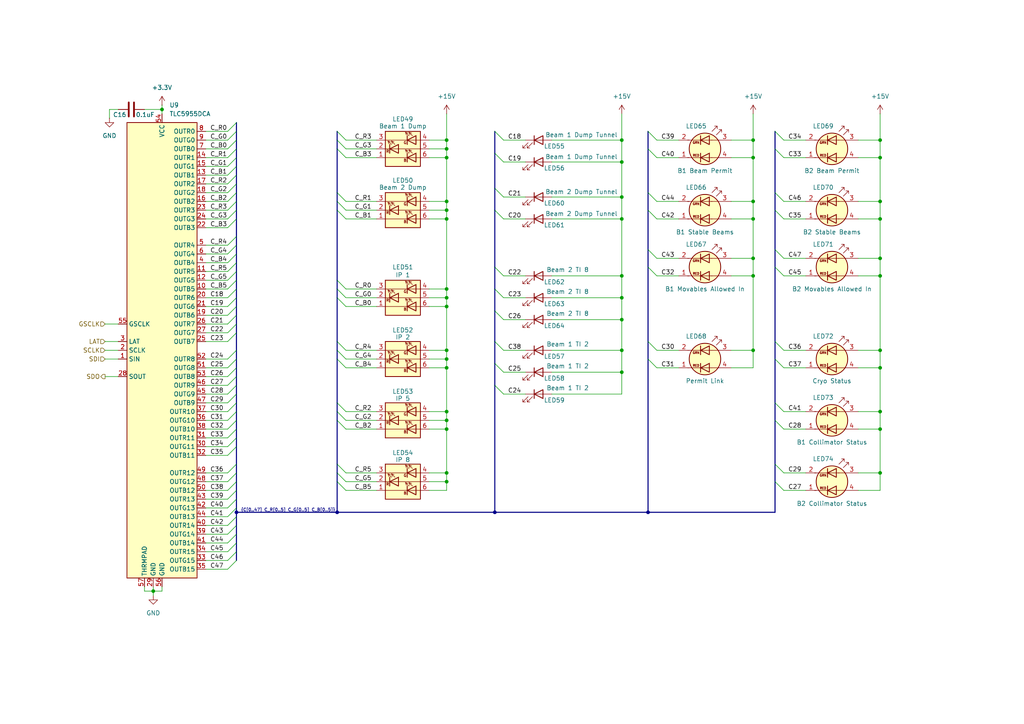
<source format=kicad_sch>
(kicad_sch (version 20250114) (generator "eeschema") (generator_version "9.0")
  (paper "A4")
  (lib_symbols
    (symbol "Device:C" (pin_numbers (hide yes)) (pin_names (offset 0.254))
      (property "Reference" "C" (at 0.635 2.54 0))
      (property "Value" "C" (at 0.635 -2.54 0))
      (symbol "C_0_1"
        (polyline (pts (xy -2.032 0.762) (xy 2.032 0.762)) (stroke (width 0.508)))
        (polyline (pts (xy -2.032 -0.762) (xy 2.032 -0.762)) (stroke (width 0.508)))
      )
      (symbol "C_1_1"
        (pin passive line (at 0 3.81 270) (length 2.794) (name "~") (number "1"))
        (pin passive line (at 0 -3.81 90) (length 2.794) (name "~") (number "2"))
      )
    )
    (symbol "Device:LED" (pin_numbers (hide yes)) (pin_names (offset 1.016) (hide yes))
      (property "Reference" "D" (at 0 2.54 0))
      (property "Value" "LED" (at 0 -2.54 0))
      (symbol "LED_0_1"
        (polyline (pts (xy -3.048 -0.762) (xy -4.572 -2.286) (xy -3.81 -2.286) (xy -4.572 -2.286) (xy -4.572 -1.524)))
        (polyline (pts (xy -1.778 -0.762) (xy -3.302 -2.286) (xy -2.54 -2.286) (xy -3.302 -2.286) (xy -3.302 -1.524)))
        (polyline (pts (xy -1.27 0) (xy 1.27 0)))
        (polyline (pts (xy -1.27 -1.27) (xy -1.27 1.27)) (stroke (width 0.254)))
        (polyline (pts (xy 1.27 -1.27) (xy 1.27 1.27) (xy -1.27 0) (xy 1.27 -1.27)) (stroke (width 0.254)))
      )
      (symbol "LED_1_1"
        (pin passive line (at -3.81 0 0) (length 2.54) (name "K") (number "1"))
        (pin passive line (at 3.81 0 180) (length 2.54) (name "A") (number "2"))
      )
    )
    (symbol "LED:Inolux_IN-P55TATRGB" (pin_names (hide yes))
      (property "Reference" "D" (at -5.08 6.35 0))
      (property "Value" "Inolux_IN-P55TATRGB" (at -5.08 -6.35 0))
      (symbol "Inolux_IN-P55TATRGB_0_0"
        (text "B" (at -0.635 -3.3274 0) (effects (font (size 0.762 0.762))))
      )
      (symbol "Inolux_IN-P55TATRGB_0_1"
        (rectangle (start -5.08 5.08) (end 5.08 -5.08) (stroke (width 0.254)) (fill (type background)))
        (polyline (pts (xy -5.08 2.54) (xy 5.08 2.54)))
        (polyline (pts (xy -5.08 0) (xy 5.08 0)))
        (polyline (pts (xy -5.08 -2.54) (xy 5.08 -2.54)))
        (polyline (pts (xy -3.81 3.81) (xy -3.81 1.27) (xy -1.27 2.54) (xy -3.81 3.81)) (stroke (width 0.254)))
        (polyline (pts (xy -3.81 -1.27) (xy -3.81 -3.81) (xy -1.27 -2.54) (xy -3.81 -1.27)) (stroke (width 0.254)))
        (polyline (pts (xy -2.794 3.81) (xy -1.778 4.826)))
        (polyline (pts (xy -2.794 -1.27) (xy -1.778 -0.254)))
        (polyline (pts (xy -2.54 4.572) (xy -1.778 4.826) (xy -2.032 4.064)))
        (polyline (pts (xy -2.032 -1.016) (xy -1.778 -0.254) (xy -2.54 -0.508)))
        (polyline (pts (xy -1.778 3.81) (xy -0.762 4.826)))
        (polyline (pts (xy -1.778 -1.27) (xy -0.762 -0.254)))
        (polyline (pts (xy -1.524 4.572) (xy -0.762 4.826) (xy -1.016 4.064)))
        (polyline (pts (xy -1.524 -0.508) (xy -0.762 -0.254) (xy -1.016 -1.016)))
        (polyline (pts (xy -1.27 3.81) (xy -1.27 1.27)) (stroke (width 0.254)))
        (polyline (pts (xy -1.27 -1.27) (xy -1.27 -3.81)) (stroke (width 0.254)))
        (polyline (pts (xy 1.27 1.27) (xy 1.27 -1.27) (xy 3.81 0) (xy 1.27 1.27)) (stroke (width 0.254)))
        (polyline (pts (xy 2.286 1.27) (xy 3.302 2.286)))
        (polyline (pts (xy 3.048 1.524) (xy 3.302 2.286) (xy 2.54 2.032)))
        (polyline (pts (xy 3.302 1.27) (xy 4.318 2.286)))
        (polyline (pts (xy 3.556 2.032) (xy 4.318 2.286) (xy 4.064 1.524)))
        (polyline (pts (xy 3.81 1.27) (xy 3.81 -1.27)) (stroke (width 0.254)))
      )
      (symbol "Inolux_IN-P55TATRGB_1_0"
        (text "G" (at -0.635 1.8034 0) (effects (font (size 0.762 0.762))))
        (text "R" (at 4.4196 -0.7112 0) (effects (font (size 0.762 0.762))))
      )
      (symbol "Inolux_IN-P55TATRGB_1_1"
        (pin passive line (at -7.62 2.54 0) (length 2.54) (name "AG") (number "4"))
        (pin passive line (at -7.62 0 0) (length 2.54) (name "AR") (number "5"))
        (pin passive line (at -7.62 -2.54 0) (length 2.54) (name "AB") (number "6"))
        (pin passive line (at 7.62 2.54 180) (length 2.54) (name "KG") (number "3"))
        (pin passive line (at 7.62 0 180) (length 2.54) (name "KR") (number "2"))
        (pin passive line (at 7.62 -2.54 180) (length 2.54) (name "KB") (number "1"))
      )
    )
    (symbol "power:+15V" (power) (pin_numbers (hide yes)) (pin_names (offset 0) (hide yes))
      (property "Value" "+15V" (at 0 3.556 0))
      (symbol "+15V_0_1"
        (polyline (pts (xy -0.762 1.27) (xy 0 2.54)))
        (polyline (pts (xy 0 2.54) (xy 0.762 1.27)))
        (polyline (pts (xy 0 0) (xy 0 2.54)))
      )
      (symbol "+15V_1_1"
        (pin power_in line (at 0 0 90) (length 0) (name "~") (number "1"))
      )
    )
    (symbol "power:+3.3V" (power) (pin_numbers (hide yes)) (pin_names (offset 0) (hide yes))
      (property "Value" "+3.3V" (at 0 3.556 0))
      (symbol "+3.3V_0_1"
        (polyline (pts (xy -0.762 1.27) (xy 0 2.54)))
        (polyline (pts (xy 0 2.54) (xy 0.762 1.27)))
        (polyline (pts (xy 0 0) (xy 0 2.54)))
      )
      (symbol "+3.3V_1_1"
        (pin power_in line (at 0 0 90) (length 0) (name "~") (number "1"))
      )
    )
    (symbol "power:GND" (power) (pin_numbers (hide yes)) (pin_names (offset 0) (hide yes))
      (property "Value" "GND" (at 0 -3.81 0))
      (symbol "GND_0_1"
        (polyline (pts (xy 0 0) (xy 0 -1.27) (xy 1.27 -1.27) (xy 0 -2.54) (xy -1.27 -1.27) (xy 0 -1.27)))
      )
      (symbol "GND_1_1"
        (pin power_in line (at 0 0 270) (length 0) (name "~") (number "1"))
      )
    )
    (symbol "sen_Driver_LED:TLC5955DCA"
      (property "Reference" "U" (at 2.54 67.31 0))
      (property "Value" "TLC5955DCA" (at 3.302 -67.31 0))
      (symbol "TLC5955DCA_0_1"
        (rectangle (start -10.16 66.04) (end 10.16 -66.04) (stroke (width 0.254)) (fill (type background)))
        (pin open_collector line (at 12.7 63.5 180) (length 2.54) (name "OUTR0") (number "8"))
        (pin open_collector line (at 12.7 60.96 180) (length 2.54) (name "OUTG0") (number "9"))
        (pin open_collector line (at 12.7 55.88 180) (length 2.54) (name "OUTR1") (number "14"))
        (pin open_collector line (at 12.7 53.34 180) (length 2.54) (name "OUTG1") (number "15"))
        (pin open_collector line (at 12.7 50.8 180) (length 2.54) (name "OUTB1") (number "13"))
        (pin open_collector line (at 12.7 48.26 180) (length 2.54) (name "OUTR2") (number "17"))
        (pin open_collector line (at 12.7 45.72 180) (length 2.54) (name "OUTG2") (number "18"))
        (pin open_collector line (at 12.7 43.18 180) (length 2.54) (name "OUTB2") (number "16"))
        (pin open_collector line (at 12.7 40.64 180) (length 2.54) (name "OUTR3") (number "23"))
        (pin open_collector line (at 12.7 38.1 180) (length 2.54) (name "OUTG3") (number "24"))
        (pin open_collector line (at 12.7 35.56 180) (length 2.54) (name "OUTB3") (number "22"))
        (pin open_collector line (at 12.7 22.86 180) (length 2.54) (name "OUTR5") (number "11"))
        (pin open_collector line (at 12.7 20.32 180) (length 2.54) (name "OUTG5") (number "12"))
        (pin open_collector line (at 12.7 17.78 180) (length 2.54) (name "OUTB5") (number "10"))
        (pin open_collector line (at 12.7 15.24 180) (length 2.54) (name "OUTR6") (number "20"))
        (pin open_collector line (at 12.7 12.7 180) (length 2.54) (name "OUTG6") (number "21"))
        (pin open_collector line (at 12.7 10.16 180) (length 2.54) (name "OUTB6") (number "19"))
        (pin open_collector line (at 12.7 7.62 180) (length 2.54) (name "OUTR7") (number "26"))
        (pin open_collector line (at 12.7 5.08 180) (length 2.54) (name "OUTG7") (number "27"))
        (pin open_collector line (at 12.7 2.54 180) (length 2.54) (name "OUTB7") (number "25"))
        (pin open_collector line (at 12.7 -2.54 180) (length 2.54) (name "OUTR8") (number "52"))
        (pin open_collector line (at 12.7 -5.08 180) (length 2.54) (name "OUTG8") (number "51"))
        (pin open_collector line (at 12.7 -7.62 180) (length 2.54) (name "OUTB8") (number "53"))
        (pin open_collector line (at 12.7 -10.16 180) (length 2.54) (name "OUTR9") (number "46"))
        (pin open_collector line (at 12.7 -12.7 180) (length 2.54) (name "OUTG9") (number "45"))
        (pin open_collector line (at 12.7 -15.24 180) (length 2.54) (name "OUTB9") (number "47"))
        (pin open_collector line (at 12.7 -17.78 180) (length 2.54) (name "OUTR10") (number "37"))
        (pin open_collector line (at 12.7 -20.32 180) (length 2.54) (name "OUTG10") (number "36"))
        (pin open_collector line (at 12.7 -22.86 180) (length 2.54) (name "OUTB10") (number "38"))
        (pin open_collector line (at 12.7 -25.4 180) (length 2.54) (name "OUTR11") (number "31"))
        (pin open_collector line (at 12.7 -27.94 180) (length 2.54) (name "OUTG11") (number "30"))
        (pin open_collector line (at 12.7 -30.48 180) (length 2.54) (name "OUTB11") (number "32"))
        (pin open_collector line (at 12.7 -35.56 180) (length 2.54) (name "OUTR12") (number "49"))
        (pin open_collector line (at 12.7 -38.1 180) (length 2.54) (name "OUTG12") (number "48"))
        (pin open_collector line (at 12.7 -40.64 180) (length 2.54) (name "OUTB12") (number "50"))
        (pin open_collector line (at 12.7 -43.18 180) (length 2.54) (name "OUTR13") (number "43"))
        (pin open_collector line (at 12.7 -45.72 180) (length 2.54) (name "OUTG13") (number "42"))
        (pin open_collector line (at 12.7 -48.26 180) (length 2.54) (name "OUTB13") (number "44"))
        (pin open_collector line (at 12.7 -50.8 180) (length 2.54) (name "OUTR14") (number "40"))
        (pin open_collector line (at 12.7 -53.34 180) (length 2.54) (name "OUTG14") (number "39"))
        (pin open_collector line (at 12.7 -55.88 180) (length 2.54) (name "OUTB14") (number "41"))
        (pin open_collector line (at 12.7 -58.42 180) (length 2.54) (name "OUTR15") (number "34"))
        (pin open_collector line (at 12.7 -60.96 180) (length 2.54) (name "OUTG15") (number "33"))
        (pin open_collector line (at 12.7 -63.5 180) (length 2.54) (name "OUTB15") (number "35"))
      )
      (symbol "TLC5955DCA_1_1"
        (pin input line (at -12.7 7.62 0) (length 2.54) (name "GSCLK") (number "55"))
        (pin input line (at -12.7 2.54 0) (length 2.54) (name "LAT") (number "3"))
        (pin input line (at -12.7 0 0) (length 2.54) (name "SCLK") (number "2"))
        (pin input line (at -12.7 -2.54 0) (length 2.54) (name "SIN") (number "1"))
        (pin output line (at -12.7 -7.62 0) (length 2.54) (name "SOUT") (number "28"))
        (pin power_in line (at -5.08 -68.58 90) (length 2.54) (name "THRMPAD") (number "57"))
        (pin power_in line (at -2.54 -68.58 90) (length 2.54) (name "GND") (number "29"))
        (pin power_in line (at 0 68.58 270) (length 2.54) (name "VCC") (number "54"))
        (pin power_in line (at 0 -68.58 90) (length 2.54) (name "GND") (number "56"))
        (pin open_collector line (at 12.7 58.42 180) (length 2.54) (name "OUTB0") (number "7"))
        (pin open_collector line (at 12.7 30.48 180) (length 2.54) (name "OUTR4") (number "5"))
        (pin open_collector line (at 12.7 27.94 180) (length 2.54) (name "OUTG4") (number "6"))
        (pin open_collector line (at 12.7 25.4 180) (length 2.54) (name "OUTB4") (number "4"))
      )
    )
    (symbol "sen_LED:B2612USUG20D000312U1930" (pin_names (offset 0) (hide yes))
      (property "Reference" "LED" (at 0 5.715 0))
      (property "Value" "B2612USUG20D000312U1930" (at 0 -6.35 0))
      (symbol "B2612USUG20D000312U1930_0_1"
        (polyline (pts (xy -5.08 2.54) (xy 2.032 2.54)))
        (polyline (pts (xy -5.08 -2.54) (xy 2.032 -2.54)))
        (polyline (pts (xy -1.27 3.81) (xy -1.27 1.27)) (stroke (width 0.254)))
        (polyline (pts (xy -1.27 -1.27) (xy -1.27 -3.81)) (stroke (width 0.254)))
        (circle (center 0 0) (radius 4.572) (stroke (width 0.254)) (fill (type background)))
        (polyline (pts (xy 1.27 3.81) (xy 1.27 1.27) (xy -1.27 2.54) (xy 1.27 3.81)) (stroke (width 0.254)))
        (polyline (pts (xy 1.27 -1.27) (xy 1.27 -3.81) (xy -1.27 -2.54) (xy 1.27 -1.27)) (stroke (width 0.254)))
        (polyline (pts (xy 2.032 5.08) (xy 3.556 6.604) (xy 2.794 6.604) (xy 3.556 6.604) (xy 3.556 5.842)))
        (polyline (pts (xy 3.302 4.064) (xy 4.826 5.588) (xy 4.064 5.588) (xy 4.826 5.588) (xy 4.826 4.826)))
        (polyline (pts (xy 3.81 2.54) (xy 1.905 2.54)))
        (polyline (pts (xy 3.81 -2.54) (xy 1.905 -2.54)))
      )
      (symbol "B2612USUG20D000312U1930_1_1"
        (text "GRN" (at -2.5858 1.8232 0) (effects (font (size 0.635 0.635))))
        (text "RED" (at -2.5858 -1.8859 0) (effects (font (size 0.635 0.635))))
        (pin passive line (at -7.62 2.54 0) (length 3.048) (name "K1") (number "2"))
        (pin passive line (at -7.62 -2.54 0) (length 3.048) (name "K2") (number "1"))
        (pin passive line (at 7.62 2.54 180) (length 3.81) (name "A1") (number "3"))
        (pin passive line (at 7.62 -2.54 180) (length 3.81) (name "A2") (number "4"))
      )
    )
  )
  (junction (at 129.54 137.16))
  (junction (at 180.34 92.71))
  (junction (at 129.54 83.82))
  (junction (at 180.34 86.36))
  (junction (at 255.27 58.42))
  (junction (at 129.54 106.68))
  (junction (at 255.27 74.93))
  (junction (at 129.54 139.7))
  (junction (at 255.27 101.6))
  (junction (at 180.34 46.99))
  (junction (at 129.54 58.42))
  (junction (at 129.54 63.5))
  (junction (at 255.27 106.68))
  (junction (at 255.27 40.64))
  (junction (at 97.79 148.59))
  (junction (at 187.96 148.59))
  (junction (at 180.34 101.6))
  (junction (at 218.44 80.01))
  (junction (at 129.54 43.18))
  (junction (at 129.54 88.9))
  (junction (at 129.54 119.38))
  (junction (at 129.54 45.72))
  (junction (at 218.44 101.6))
  (junction (at 129.54 124.46))
  (junction (at 255.27 119.38))
  (junction (at 129.54 104.14))
  (junction (at 180.34 57.15))
  (junction (at 180.34 63.5))
  (junction (at 218.44 58.42))
  (junction (at 143.51 148.59))
  (junction (at 218.44 40.64))
  (junction (at 129.54 60.96))
  (junction (at 129.54 121.92))
  (junction (at 218.44 74.93))
  (junction (at 129.54 86.36))
  (junction (at 44.45 171.45))
  (junction (at 129.54 101.6))
  (junction (at 180.34 40.64))
  (junction (at 255.27 80.01))
  (junction (at 68.58 148.59))
  (junction (at 255.27 124.46))
  (junction (at 255.27 63.5))
  (junction (at 180.34 80.01))
  (junction (at 129.54 40.64))
  (junction (at 46.99 31.75))
  (junction (at 255.27 45.72))
  (junction (at 218.44 63.5))
  (junction (at 180.34 107.95))
  (junction (at 255.27 137.16))
  (junction (at 218.44 45.72))
  (bus_entry (at 68.58 71.12) (size -2.54 2.54))
  (bus_entry (at 68.58 55.88) (size -2.54 2.54))
  (bus_entry (at 100.33 86.36) (size -2.54 -2.54))
  (bus_entry (at 68.58 106.68) (size -2.54 2.54))
  (bus_entry (at 68.58 88.9) (size -2.54 2.54))
  (bus_entry (at 68.58 137.16) (size -2.54 2.54))
  (bus_entry (at 68.58 152.4) (size -2.54 2.54))
  (bus_entry (at 190.5 106.68) (size -2.54 -2.54))
  (bus_entry (at 68.58 35.56) (size -2.54 2.54))
  (bus_entry (at 68.58 142.24) (size -2.54 2.54))
  (bus_entry (at 68.58 104.14) (size -2.54 2.54))
  (bus_entry (at 227.33 45.72) (size -2.54 -2.54))
  (bus_entry (at 68.58 48.26) (size -2.54 2.54))
  (bus_entry (at 227.33 119.38) (size -2.54 -2.54))
  (bus_entry (at 68.58 60.96) (size -2.54 2.54))
  (bus_entry (at 146.05 80.01) (size -2.54 -2.54))
  (bus_entry (at 68.58 119.38) (size -2.54 2.54))
  (bus_entry (at 100.33 58.42) (size -2.54 -2.54))
  (bus_entry (at 227.33 63.5) (size -2.54 -2.54))
  (bus_entry (at 100.33 106.68) (size -2.54 -2.54))
  (bus_entry (at 146.05 57.15) (size -2.54 -2.54))
  (bus_entry (at 100.33 137.16) (size -2.54 -2.54))
  (bus_entry (at 227.33 137.16) (size -2.54 -2.54))
  (bus_entry (at 227.33 40.64) (size -2.54 -2.54))
  (bus_entry (at 227.33 58.42) (size -2.54 -2.54))
  (bus_entry (at 68.58 91.44) (size -2.54 2.54))
  (bus_entry (at 68.58 144.78) (size -2.54 2.54))
  (bus_entry (at 68.58 124.46) (size -2.54 2.54))
  (bus_entry (at 227.33 74.93) (size -2.54 -2.54))
  (bus_entry (at 68.58 129.54) (size -2.54 2.54))
  (bus_entry (at 227.33 124.46) (size -2.54 -2.54))
  (bus_entry (at 68.58 40.64) (size -2.54 2.54))
  (bus_entry (at 68.58 134.62) (size -2.54 2.54))
  (bus_entry (at 68.58 154.94) (size -2.54 2.54))
  (bus_entry (at 190.5 74.93) (size -2.54 -2.54))
  (bus_entry (at 68.58 157.48) (size -2.54 2.54))
  (bus_entry (at 68.58 127) (size -2.54 2.54))
  (bus_entry (at 190.5 40.64) (size -2.54 -2.54))
  (bus_entry (at 100.33 142.24) (size -2.54 -2.54))
  (bus_entry (at 68.58 162.56) (size -2.54 2.54))
  (bus_entry (at 100.33 40.64) (size -2.54 -2.54))
  (bus_entry (at 68.58 111.76) (size -2.54 2.54))
  (bus_entry (at 100.33 124.46) (size -2.54 -2.54))
  (bus_entry (at 68.58 45.72) (size -2.54 2.54))
  (bus_entry (at 146.05 46.99) (size -2.54 -2.54))
  (bus_entry (at 68.58 101.6) (size -2.54 2.54))
  (bus_entry (at 68.58 114.3) (size -2.54 2.54))
  (bus_entry (at 190.5 58.42) (size -2.54 -2.54))
  (bus_entry (at 68.58 149.86) (size -2.54 2.54))
  (bus_entry (at 100.33 43.18) (size -2.54 -2.54))
  (bus_entry (at 68.58 93.98) (size -2.54 2.54))
  (bus_entry (at 68.58 121.92) (size -2.54 2.54))
  (bus_entry (at 100.33 119.38) (size -2.54 -2.54))
  (bus_entry (at 68.58 43.18) (size -2.54 2.54))
  (bus_entry (at 68.58 109.22) (size -2.54 2.54))
  (bus_entry (at 146.05 63.5) (size -2.54 -2.54))
  (bus_entry (at 68.58 53.34) (size -2.54 2.54))
  (bus_entry (at 100.33 63.5) (size -2.54 -2.54))
  (bus_entry (at 68.58 86.36) (size -2.54 2.54))
  (bus_entry (at 146.05 40.64) (size -2.54 -2.54))
  (bus_entry (at 68.58 81.28) (size -2.54 2.54))
  (bus_entry (at 68.58 78.74) (size -2.54 2.54))
  (bus_entry (at 100.33 121.92) (size -2.54 -2.54))
  (bus_entry (at 190.5 101.6) (size -2.54 -2.54))
  (bus_entry (at 190.5 63.5) (size -2.54 -2.54))
  (bus_entry (at 146.05 107.95) (size -2.54 -2.54))
  (bus_entry (at 100.33 104.14) (size -2.54 -2.54))
  (bus_entry (at 68.58 38.1) (size -2.54 2.54))
  (bus_entry (at 227.33 80.01) (size -2.54 -2.54))
  (bus_entry (at 68.58 76.2) (size -2.54 2.54))
  (bus_entry (at 227.33 142.24) (size -2.54 -2.54))
  (bus_entry (at 100.33 83.82) (size -2.54 -2.54))
  (bus_entry (at 68.58 160.02) (size -2.54 2.54))
  (bus_entry (at 68.58 68.58) (size -2.54 2.54))
  (bus_entry (at 146.05 92.71) (size -2.54 -2.54))
  (bus_entry (at 190.5 45.72) (size -2.54 -2.54))
  (bus_entry (at 68.58 63.5) (size -2.54 2.54))
  (bus_entry (at 68.58 139.7) (size -2.54 2.54))
  (bus_entry (at 100.33 101.6) (size -2.54 -2.54))
  (bus_entry (at 68.58 147.32) (size -2.54 2.54))
  (bus_entry (at 190.5 80.01) (size -2.54 -2.54))
  (bus_entry (at 68.58 58.42) (size -2.54 2.54))
  (bus_entry (at 100.33 45.72) (size -2.54 -2.54))
  (bus_entry (at 146.05 114.3) (size -2.54 -2.54))
  (bus_entry (at 68.58 96.52) (size -2.54 2.54))
  (bus_entry (at 68.58 50.8) (size -2.54 2.54))
  (bus_entry (at 68.58 116.84) (size -2.54 2.54))
  (bus_entry (at 227.33 106.68) (size -2.54 -2.54))
  (bus_entry (at 100.33 88.9) (size -2.54 -2.54))
  (bus_entry (at 68.58 83.82) (size -2.54 2.54))
  (bus_entry (at 100.33 139.7) (size -2.54 -2.54))
  (bus_entry (at 227.33 101.6) (size -2.54 -2.54))
  (bus_entry (at 68.58 73.66) (size -2.54 2.54))
  (bus_entry (at 100.33 60.96) (size -2.54 -2.54))
  (bus_entry (at 146.05 101.6) (size -2.54 -2.54))
  (bus_entry (at 146.05 86.36) (size -2.54 -2.54))
  (bus (pts (xy 68.58 134.62) (xy 68.58 137.16)))
  (wire (pts (xy 180.34 107.95) (xy 180.34 101.6)))
  (bus (pts (xy 97.79 119.38) (xy 97.79 121.92)))
  (wire (pts (xy 248.92 45.72) (xy 255.27 45.72)))
  (wire (pts (xy 30.48 109.22) (xy 34.29 109.22)))
  (wire (pts (xy 180.34 63.5) (xy 180.34 57.15)))
  (bus (pts (xy 68.58 116.84) (xy 68.58 119.38)))
  (bus (pts (xy 68.58 63.5) (xy 68.58 68.58)))
  (bus (pts (xy 224.79 72.39) (xy 224.79 77.47)))
  (bus (pts (xy 143.51 90.17) (xy 143.51 99.06)))
  (bus (pts (xy 68.58 101.6) (xy 68.58 104.14)))
  (bus (pts (xy 97.79 148.59) (xy 143.51 148.59)))
  (bus (pts (xy 68.58 88.9) (xy 68.58 91.44)))
  (wire (pts (xy 129.54 106.68) (xy 129.54 119.38)))
  (bus (pts (xy 68.58 160.02) (xy 68.58 162.56)))
  (bus (pts (xy 68.58 144.78) (xy 68.58 147.32)))
  (wire (pts (xy 124.46 106.68) (xy 129.54 106.68)))
  (bus (pts (xy 68.58 142.24) (xy 68.58 144.78)))
  (bus (pts (xy 68.58 35.56) (xy 68.58 38.1)))
  (wire (pts (xy 129.54 104.14) (xy 129.54 106.68)))
  (bus (pts (xy 97.79 99.06) (xy 97.79 101.6)))
  (wire (pts (xy 124.46 137.16) (xy 129.54 137.16)))
  (wire (pts (xy 59.69 60.96) (xy 66.04 60.96)))
  (wire (pts (xy 180.34 86.36) (xy 180.34 80.01)))
  (wire (pts (xy 46.99 171.45) (xy 46.99 170.18)))
  (wire (pts (xy 59.69 127) (xy 66.04 127)))
  (wire (pts (xy 59.69 149.86) (xy 66.04 149.86)))
  (bus (pts (xy 68.58 114.3) (xy 68.58 116.84)))
  (bus (pts (xy 68.58 93.98) (xy 68.58 96.52)))
  (wire (pts (xy 59.69 73.66) (xy 66.04 73.66)))
  (wire (pts (xy 160.02 101.6) (xy 180.34 101.6)))
  (wire (pts (xy 160.02 114.3) (xy 180.34 114.3)))
  (wire (pts (xy 146.05 46.99) (xy 152.4 46.99)))
  (wire (pts (xy 124.46 43.18) (xy 129.54 43.18)))
  (wire (pts (xy 212.09 45.72) (xy 218.44 45.72)))
  (wire (pts (xy 59.69 142.24) (xy 66.04 142.24)))
  (wire (pts (xy 129.54 58.42) (xy 129.54 60.96)))
  (wire (pts (xy 146.05 92.71) (xy 152.4 92.71)))
  (bus (pts (xy 187.96 55.88) (xy 187.96 60.96)))
  (wire (pts (xy 227.33 80.01) (xy 233.68 80.01)))
  (bus (pts (xy 187.96 43.18) (xy 187.96 55.88)))
  (wire (pts (xy 129.54 88.9) (xy 129.54 101.6)))
  (bus (pts (xy 68.58 81.28) (xy 68.58 83.82)))
  (wire (pts (xy 100.33 60.96) (xy 109.22 60.96)))
  (bus (pts (xy 68.58 55.88) (xy 68.58 58.42)))
  (wire (pts (xy 59.69 104.14) (xy 66.04 104.14)))
  (wire (pts (xy 59.69 144.78) (xy 66.04 144.78)))
  (bus (pts (xy 68.58 68.58) (xy 68.58 71.12)))
  (wire (pts (xy 146.05 40.64) (xy 152.4 40.64)))
  (wire (pts (xy 59.69 124.46) (xy 66.04 124.46)))
  (wire (pts (xy 146.05 86.36) (xy 152.4 86.36)))
  (wire (pts (xy 31.75 34.29) (xy 31.75 31.75)))
  (wire (pts (xy 59.69 81.28) (xy 66.04 81.28)))
  (wire (pts (xy 59.69 114.3) (xy 66.04 114.3)))
  (wire (pts (xy 59.69 96.52) (xy 66.04 96.52)))
  (bus (pts (xy 68.58 50.8) (xy 68.58 53.34)))
  (wire (pts (xy 190.5 106.68) (xy 196.85 106.68)))
  (bus (pts (xy 143.51 44.45) (xy 143.51 54.61)))
  (wire (pts (xy 59.69 86.36) (xy 66.04 86.36)))
  (bus (pts (xy 97.79 104.14) (xy 97.79 116.84)))
  (bus (pts (xy 97.79 86.36) (xy 97.79 99.06)))
  (wire (pts (xy 129.54 121.92) (xy 129.54 124.46)))
  (wire (pts (xy 46.99 30.48) (xy 46.99 31.75)))
  (wire (pts (xy 129.54 139.7) (xy 129.54 142.24)))
  (wire (pts (xy 180.34 80.01) (xy 180.34 63.5)))
  (wire (pts (xy 30.48 101.6) (xy 34.29 101.6)))
  (bus (pts (xy 97.79 101.6) (xy 97.79 104.14)))
  (wire (pts (xy 190.5 74.93) (xy 196.85 74.93)))
  (wire (pts (xy 100.33 83.82) (xy 109.22 83.82)))
  (wire (pts (xy 129.54 137.16) (xy 129.54 139.7)))
  (wire (pts (xy 59.69 53.34) (xy 66.04 53.34)))
  (bus (pts (xy 97.79 137.16) (xy 97.79 139.7)))
  (wire (pts (xy 59.69 48.26) (xy 66.04 48.26)))
  (wire (pts (xy 248.92 63.5) (xy 255.27 63.5)))
  (bus (pts (xy 187.96 77.47) (xy 187.96 99.06)))
  (bus (pts (xy 68.58 48.26) (xy 68.58 50.8)))
  (wire (pts (xy 44.45 170.18) (xy 44.45 171.45)))
  (wire (pts (xy 100.33 43.18) (xy 109.22 43.18)))
  (wire (pts (xy 146.05 63.5) (xy 152.4 63.5)))
  (bus (pts (xy 68.58 96.52) (xy 68.58 101.6)))
  (wire (pts (xy 248.92 137.16) (xy 255.27 137.16)))
  (wire (pts (xy 180.34 46.99) (xy 180.34 40.64)))
  (bus (pts (xy 224.79 38.1) (xy 224.79 43.18)))
  (wire (pts (xy 124.46 63.5) (xy 129.54 63.5)))
  (wire (pts (xy 124.46 86.36) (xy 129.54 86.36)))
  (wire (pts (xy 248.92 119.38) (xy 255.27 119.38)))
  (wire (pts (xy 227.33 124.46) (xy 233.68 124.46)))
  (bus (pts (xy 143.51 99.06) (xy 143.51 105.41)))
  (wire (pts (xy 59.69 78.74) (xy 66.04 78.74)))
  (wire (pts (xy 212.09 106.68) (xy 218.44 106.68)))
  (wire (pts (xy 44.45 171.45) (xy 46.99 171.45)))
  (bus (pts (xy 68.58 91.44) (xy 68.58 93.98)))
  (wire (pts (xy 30.48 99.06) (xy 34.29 99.06)))
  (wire (pts (xy 227.33 58.42) (xy 233.68 58.42)))
  (bus (pts (xy 68.58 121.92) (xy 68.58 124.46)))
  (bus (pts (xy 187.96 38.1) (xy 187.96 43.18)))
  (wire (pts (xy 248.92 101.6) (xy 255.27 101.6)))
  (wire (pts (xy 248.92 40.64) (xy 255.27 40.64)))
  (wire (pts (xy 160.02 46.99) (xy 180.34 46.99)))
  (bus (pts (xy 187.96 72.39) (xy 187.96 77.47)))
  (wire (pts (xy 218.44 33.02) (xy 218.44 40.64)))
  (bus (pts (xy 187.96 148.59) (xy 224.79 148.59)))
  (wire (pts (xy 41.91 171.45) (xy 44.45 171.45)))
  (wire (pts (xy 227.33 74.93) (xy 233.68 74.93)))
  (wire (pts (xy 190.5 40.64) (xy 196.85 40.64)))
  (bus (pts (xy 143.51 60.96) (xy 143.51 77.47)))
  (bus (pts (xy 224.79 60.96) (xy 224.79 72.39)))
  (wire (pts (xy 124.46 58.42) (xy 129.54 58.42)))
  (wire (pts (xy 44.45 171.45) (xy 44.45 172.72)))
  (wire (pts (xy 100.33 137.16) (xy 109.22 137.16)))
  (bus (pts (xy 68.58 111.76) (xy 68.58 114.3)))
  (bus (pts (xy 143.51 111.76) (xy 143.51 148.59)))
  (bus (pts (xy 143.51 38.1) (xy 143.51 44.45)))
  (wire (pts (xy 190.5 101.6) (xy 196.85 101.6)))
  (bus (pts (xy 187.96 60.96) (xy 187.96 72.39)))
  (bus (pts (xy 68.58 149.86) (xy 68.58 152.4)))
  (bus (pts (xy 224.79 43.18) (xy 224.79 55.88)))
  (wire (pts (xy 124.46 139.7) (xy 129.54 139.7)))
  (wire (pts (xy 59.69 160.02) (xy 66.04 160.02)))
  (bus (pts (xy 68.58 139.7) (xy 68.58 142.24)))
  (wire (pts (xy 180.34 92.71) (xy 180.34 86.36)))
  (bus (pts (xy 68.58 78.74) (xy 68.58 81.28)))
  (wire (pts (xy 248.92 58.42) (xy 255.27 58.42)))
  (wire (pts (xy 129.54 60.96) (xy 129.54 63.5)))
  (wire (pts (xy 160.02 92.71) (xy 180.34 92.71)))
  (wire (pts (xy 129.54 86.36) (xy 129.54 88.9)))
  (wire (pts (xy 255.27 58.42) (xy 255.27 45.72)))
  (wire (pts (xy 255.27 33.02) (xy 255.27 40.64)))
  (wire (pts (xy 59.69 121.92) (xy 66.04 121.92)))
  (bus (pts (xy 97.79 38.1) (xy 97.79 40.64)))
  (wire (pts (xy 46.99 31.75) (xy 46.99 33.02)))
  (bus (pts (xy 224.79 121.92) (xy 224.79 134.62)))
  (wire (pts (xy 190.5 45.72) (xy 196.85 45.72)))
  (wire (pts (xy 59.69 157.48) (xy 66.04 157.48)))
  (wire (pts (xy 227.33 40.64) (xy 233.68 40.64)))
  (bus (pts (xy 68.58 45.72) (xy 68.58 48.26)))
  (wire (pts (xy 160.02 86.36) (xy 180.34 86.36)))
  (wire (pts (xy 100.33 142.24) (xy 109.22 142.24)))
  (bus (pts (xy 68.58 53.34) (xy 68.58 55.88)))
  (wire (pts (xy 124.46 88.9) (xy 129.54 88.9)))
  (wire (pts (xy 227.33 106.68) (xy 233.68 106.68)))
  (wire (pts (xy 100.33 121.92) (xy 109.22 121.92)))
  (wire (pts (xy 146.05 114.3) (xy 152.4 114.3)))
  (bus (pts (xy 97.79 43.18) (xy 97.79 55.88)))
  (bus (pts (xy 143.51 77.47) (xy 143.51 83.82)))
  (wire (pts (xy 59.69 99.06) (xy 66.04 99.06)))
  (wire (pts (xy 59.69 66.04) (xy 66.04 66.04)))
  (wire (pts (xy 212.09 58.42) (xy 218.44 58.42)))
  (wire (pts (xy 190.5 80.01) (xy 196.85 80.01)))
  (wire (pts (xy 59.69 43.18) (xy 66.04 43.18)))
  (wire (pts (xy 218.44 74.93) (xy 218.44 80.01)))
  (wire (pts (xy 129.54 101.6) (xy 129.54 104.14)))
  (wire (pts (xy 160.02 80.01) (xy 180.34 80.01)))
  (wire (pts (xy 160.02 57.15) (xy 180.34 57.15)))
  (bus (pts (xy 68.58 43.18) (xy 68.58 45.72)))
  (bus (pts (xy 68.58 157.48) (xy 68.58 160.02)))
  (wire (pts (xy 255.27 101.6) (xy 255.27 80.01)))
  (bus (pts (xy 68.58 106.68) (xy 68.58 109.22)))
  (bus (pts (xy 68.58 152.4) (xy 68.58 154.94)))
  (wire (pts (xy 59.69 50.8) (xy 66.04 50.8)))
  (wire (pts (xy 218.44 101.6) (xy 218.44 106.68)))
  (wire (pts (xy 59.69 162.56) (xy 66.04 162.56)))
  (bus (pts (xy 97.79 116.84) (xy 97.79 119.38)))
  (bus (pts (xy 68.58 104.14) (xy 68.58 106.68)))
  (wire (pts (xy 218.44 80.01) (xy 218.44 101.6)))
  (wire (pts (xy 212.09 80.01) (xy 218.44 80.01)))
  (wire (pts (xy 255.27 137.16) (xy 255.27 142.24)))
  (bus (pts (xy 68.58 86.36) (xy 68.58 88.9)))
  (wire (pts (xy 124.46 40.64) (xy 129.54 40.64)))
  (wire (pts (xy 100.33 86.36) (xy 109.22 86.36)))
  (wire (pts (xy 41.91 170.18) (xy 41.91 171.45)))
  (wire (pts (xy 146.05 57.15) (xy 152.4 57.15)))
  (wire (pts (xy 212.09 74.93) (xy 218.44 74.93)))
  (wire (pts (xy 59.69 88.9) (xy 66.04 88.9)))
  (wire (pts (xy 59.69 106.68) (xy 66.04 106.68)))
  (wire (pts (xy 124.46 83.82) (xy 129.54 83.82)))
  (bus (pts (xy 224.79 134.62) (xy 224.79 139.7)))
  (bus (pts (xy 143.51 83.82) (xy 143.51 90.17)))
  (wire (pts (xy 59.69 63.5) (xy 66.04 63.5)))
  (wire (pts (xy 255.27 74.93) (xy 255.27 63.5)))
  (bus (pts (xy 97.79 121.92) (xy 97.79 134.62)))
  (bus (pts (xy 97.79 139.7) (xy 97.79 148.59)))
  (wire (pts (xy 59.69 165.1) (xy 66.04 165.1)))
  (bus (pts (xy 187.96 104.14) (xy 187.96 148.59)))
  (wire (pts (xy 248.92 142.24) (xy 255.27 142.24)))
  (bus (pts (xy 68.58 119.38) (xy 68.58 121.92)))
  (wire (pts (xy 129.54 124.46) (xy 129.54 137.16)))
  (wire (pts (xy 30.48 104.14) (xy 34.29 104.14)))
  (wire (pts (xy 100.33 45.72) (xy 109.22 45.72)))
  (wire (pts (xy 218.44 45.72) (xy 218.44 58.42)))
  (wire (pts (xy 160.02 107.95) (xy 180.34 107.95)))
  (wire (pts (xy 227.33 101.6) (xy 233.68 101.6)))
  (wire (pts (xy 59.69 83.82) (xy 66.04 83.82)))
  (wire (pts (xy 59.69 55.88) (xy 66.04 55.88)))
  (bus (pts (xy 97.79 60.96) (xy 97.79 81.28)))
  (bus (pts (xy 143.51 54.61) (xy 143.51 60.96)))
  (wire (pts (xy 190.5 58.42) (xy 196.85 58.42)))
  (wire (pts (xy 218.44 58.42) (xy 218.44 63.5)))
  (wire (pts (xy 212.09 63.5) (xy 218.44 63.5)))
  (bus (pts (xy 143.51 105.41) (xy 143.51 111.76)))
  (wire (pts (xy 255.27 101.6) (xy 255.27 106.68)))
  (wire (pts (xy 227.33 45.72) (xy 233.68 45.72)))
  (bus (pts (xy 68.58 83.82) (xy 68.58 86.36)))
  (wire (pts (xy 59.69 132.08) (xy 66.04 132.08)))
  (wire (pts (xy 100.33 88.9) (xy 109.22 88.9)))
  (wire (pts (xy 212.09 40.64) (xy 218.44 40.64)))
  (bus (pts (xy 68.58 148.59) (xy 68.58 149.86)))
  (wire (pts (xy 255.27 124.46) (xy 255.27 137.16)))
  (wire (pts (xy 124.46 142.24) (xy 129.54 142.24)))
  (wire (pts (xy 124.46 121.92) (xy 129.54 121.92)))
  (wire (pts (xy 100.33 63.5) (xy 109.22 63.5)))
  (wire (pts (xy 59.69 154.94) (xy 66.04 154.94)))
  (wire (pts (xy 180.34 40.64) (xy 160.02 40.64)))
  (wire (pts (xy 227.33 63.5) (xy 233.68 63.5)))
  (wire (pts (xy 124.46 119.38) (xy 129.54 119.38)))
  (wire (pts (xy 100.33 139.7) (xy 109.22 139.7)))
  (wire (pts (xy 59.69 111.76) (xy 66.04 111.76)))
  (bus (pts (xy 97.79 55.88) (xy 97.79 58.42)))
  (bus (pts (xy 68.58 71.12) (xy 68.58 73.66)))
  (wire (pts (xy 129.54 119.38) (xy 129.54 121.92)))
  (wire (pts (xy 248.92 106.68) (xy 255.27 106.68)))
  (wire (pts (xy 59.69 93.98) (xy 66.04 93.98)))
  (wire (pts (xy 59.69 45.72) (xy 66.04 45.72)))
  (bus (pts (xy 97.79 83.82) (xy 97.79 86.36)))
  (wire (pts (xy 255.27 45.72) (xy 255.27 40.64)))
  (wire (pts (xy 30.48 93.98) (xy 34.29 93.98)))
  (wire (pts (xy 59.69 109.22) (xy 66.04 109.22)))
  (bus (pts (xy 97.79 40.64) (xy 97.79 43.18)))
  (bus (pts (xy 68.58 154.94) (xy 68.58 157.48)))
  (wire (pts (xy 100.33 104.14) (xy 109.22 104.14)))
  (wire (pts (xy 59.69 129.54) (xy 66.04 129.54)))
  (wire (pts (xy 124.46 101.6) (xy 129.54 101.6)))
  (wire (pts (xy 31.75 31.75) (xy 34.29 31.75)))
  (bus (pts (xy 97.79 81.28) (xy 97.79 83.82)))
  (wire (pts (xy 227.33 142.24) (xy 233.68 142.24)))
  (wire (pts (xy 59.69 147.32) (xy 66.04 147.32)))
  (wire (pts (xy 180.34 57.15) (xy 180.34 46.99)))
  (wire (pts (xy 59.69 76.2) (xy 66.04 76.2)))
  (wire (pts (xy 124.46 60.96) (xy 129.54 60.96)))
  (wire (pts (xy 146.05 80.01) (xy 152.4 80.01)))
  (wire (pts (xy 129.54 83.82) (xy 129.54 86.36)))
  (wire (pts (xy 180.34 107.95) (xy 180.34 114.3)))
  (wire (pts (xy 255.27 106.68) (xy 255.27 119.38)))
  (wire (pts (xy 59.69 137.16) (xy 66.04 137.16)))
  (bus (pts (xy 224.79 77.47) (xy 224.79 99.06)))
  (bus (pts (xy 68.58 40.64) (xy 68.58 43.18)))
  (bus (pts (xy 68.58 127) (xy 68.58 129.54)))
  (wire (pts (xy 59.69 71.12) (xy 66.04 71.12)))
  (bus (pts (xy 68.58 60.96) (xy 68.58 63.5)))
  (wire (pts (xy 59.69 91.44) (xy 66.04 91.44)))
  (wire (pts (xy 59.69 139.7) (xy 66.04 139.7)))
  (wire (pts (xy 59.69 58.42) (xy 66.04 58.42)))
  (wire (pts (xy 59.69 119.38) (xy 66.04 119.38)))
  (wire (pts (xy 248.92 74.93) (xy 255.27 74.93)))
  (wire (pts (xy 100.33 124.46) (xy 109.22 124.46)))
  (wire (pts (xy 59.69 116.84) (xy 66.04 116.84)))
  (wire (pts (xy 41.91 31.75) (xy 46.99 31.75)))
  (wire (pts (xy 146.05 107.95) (xy 152.4 107.95)))
  (bus (pts (xy 187.96 99.06) (xy 187.96 104.14)))
  (bus (pts (xy 68.58 124.46) (xy 68.58 127)))
  (bus (pts (xy 224.79 139.7) (xy 224.79 148.59)))
  (wire (pts (xy 218.44 40.64) (xy 218.44 45.72)))
  (wire (pts (xy 255.27 119.38) (xy 255.27 124.46)))
  (wire (pts (xy 180.34 33.02) (xy 180.34 40.64)))
  (bus (pts (xy 68.58 129.54) (xy 68.58 134.62)))
  (bus (pts (xy 224.79 99.06) (xy 224.79 104.14)))
  (bus (pts (xy 97.79 58.42) (xy 97.79 60.96)))
  (bus (pts (xy 68.58 147.32) (xy 68.58 148.59)))
  (wire (pts (xy 129.54 43.18) (xy 129.54 45.72)))
  (bus (pts (xy 68.58 73.66) (xy 68.58 76.2)))
  (bus (pts (xy 68.58 109.22) (xy 68.58 111.76)))
  (wire (pts (xy 100.33 101.6) (xy 109.22 101.6)))
  (wire (pts (xy 212.09 101.6) (xy 218.44 101.6)))
  (wire (pts (xy 100.33 106.68) (xy 109.22 106.68)))
  (bus (pts (xy 224.79 104.14) (xy 224.79 116.84)))
  (wire (pts (xy 227.33 137.16) (xy 233.68 137.16)))
  (bus (pts (xy 224.79 116.84) (xy 224.79 121.92)))
  (wire (pts (xy 190.5 63.5) (xy 196.85 63.5)))
  (wire (pts (xy 129.54 63.5) (xy 129.54 83.82)))
  (wire (pts (xy 59.69 38.1) (xy 66.04 38.1)))
  (wire (pts (xy 227.33 119.38) (xy 233.68 119.38)))
  (wire (pts (xy 248.92 124.46) (xy 255.27 124.46)))
  (wire (pts (xy 100.33 40.64) (xy 109.22 40.64)))
  (bus (pts (xy 224.79 55.88) (xy 224.79 60.96)))
  (wire (pts (xy 59.69 40.64) (xy 66.04 40.64)))
  (wire (pts (xy 129.54 45.72) (xy 129.54 58.42)))
  (wire (pts (xy 124.46 124.46) (xy 129.54 124.46)))
  (wire (pts (xy 124.46 104.14) (xy 129.54 104.14)))
  (wire (pts (xy 124.46 45.72) (xy 129.54 45.72)))
  (wire (pts (xy 146.05 101.6) (xy 152.4 101.6)))
  (wire (pts (xy 248.92 80.01) (xy 255.27 80.01)))
  (wire (pts (xy 218.44 63.5) (xy 218.44 74.93)))
  (wire (pts (xy 160.02 63.5) (xy 180.34 63.5)))
  (wire (pts (xy 100.33 119.38) (xy 109.22 119.38)))
  (wire (pts (xy 255.27 80.01) (xy 255.27 74.93)))
  (bus (pts (xy 68.58 137.16) (xy 68.58 139.7)))
  (bus (pts (xy 68.58 148.59) (xy 97.79 148.59)))
  (wire (pts (xy 59.69 152.4) (xy 66.04 152.4)))
  (bus (pts (xy 143.51 148.59) (xy 187.96 148.59)))
  (wire (pts (xy 100.33 58.42) (xy 109.22 58.42)))
  (bus (pts (xy 68.58 58.42) (xy 68.58 60.96)))
  (wire (pts (xy 129.54 33.02) (xy 129.54 40.64)))
  (wire (pts (xy 129.54 40.64) (xy 129.54 43.18)))
  (bus (pts (xy 68.58 38.1) (xy 68.58 40.64)))
  (wire (pts (xy 255.27 63.5) (xy 255.27 58.42)))
  (bus (pts (xy 97.79 134.62) (xy 97.79 137.16)))
  (bus (pts (xy 68.58 76.2) (xy 68.58 78.74)))
  (wire (pts (xy 180.34 101.6) (xy 180.34 92.71)))
  (label "C_G5" (at 60.96 81.28 0))
  (label "C_B0" (at 60.96 43.18 0))
  (label "C_B3" (at 102.87 45.72 0))
  (label "C40" (at 60.96 147.32 0))
  (label "C43" (at 60.96 154.94 0))
  (label "C20" (at 147.32 63.5 0))
  (label "C23" (at 147.32 86.36 0))
  (label "C_R5" (at 102.87 137.16 0))
  (label "C24" (at 60.96 104.14 0))
  (label "C_G4" (at 60.96 73.66 0))
  (label "C27" (at 228.6 142.24 0))
  (label "C_G4" (at 102.87 104.14 0))
  (label "C22" (at 147.32 80.01 0))
  (label "C33" (at 228.6 45.72 0))
  (label "C32" (at 60.96 124.46 0))
  (label "C_B4" (at 102.87 106.68 0))
  (label "C_B0" (at 102.87 88.9 0))
  (label "C42" (at 191.77 63.5 0))
  (label "C26" (at 60.96 109.22 0))
  (label "C_R1" (at 60.96 45.72 0))
  (label "C_R3" (at 102.87 40.64 0))
  (label "C38" (at 147.32 101.6 0))
  (label "C19" (at 60.96 88.9 0))
  (label "C36" (at 60.96 137.16 0))
  (label "C39" (at 191.77 40.64 0))
  (label "C38" (at 60.96 142.24 0))
  (label "C44" (at 191.77 58.42 0))
  (label "C37" (at 228.6 106.68 0))
  (label "C29" (at 228.6 137.16 0))
  (label "C34" (at 228.6 40.64 0))
  (label "C32" (at 191.77 80.01 0))
  (label "C34" (at 60.96 129.54 0))
  (label "C_G2" (at 60.96 55.88 0))
  (label "C_B2" (at 102.87 124.46 0))
  (label "C27" (at 60.96 111.76 0))
  (label "C45" (at 228.6 80.01 0))
  (label "C_G3" (at 102.87 43.18 0))
  (label "C_B1" (at 60.96 50.8 0))
  (label "C_R4" (at 60.96 71.12 0))
  (label "C_B1" (at 102.87 63.5 0))
  (label "C37" (at 60.96 139.7 0))
  (label "C24" (at 147.32 114.3 0))
  (label "C_B3" (at 60.96 66.04 0))
  (label "C21" (at 60.96 93.98 0))
  (label "C28" (at 60.96 114.3 0))
  (label "C_B2" (at 60.96 58.42 0))
  (label "C_G1" (at 102.87 60.96 0))
  (label "C36" (at 228.6 101.6 0))
  (label "C30" (at 60.96 119.38 0))
  (label "C26" (at 147.32 92.71 0))
  (label "C_R0" (at 102.87 83.82 0))
  (label "C_G5" (at 102.87 139.7 0))
  (label "C35" (at 60.96 132.08 0))
  (label "C28" (at 228.6 124.46 0))
  (label "C_B4" (at 60.96 76.2 0))
  (label "C25" (at 147.32 107.95 0))
  (label "C_G2" (at 102.87 121.92 0))
  (label "C47" (at 228.6 74.93 0))
  (label "C_R0" (at 60.96 38.1 0))
  (label "C41" (at 228.6 119.38 0))
  (label "{C[0..47] C_R[0..5] C_G[0..5] C_B[0..5]}" (at 69.85 148.59 0) (effects (font (size 0.889 0.889))))
  (label "C_B5" (at 102.87 142.24 0))
  (label "C21" (at 147.32 57.15 0))
  (label "C_R5" (at 60.96 78.74 0))
  (label "C43" (at 191.77 74.93 0))
  (label "C30" (at 191.77 101.6 0))
  (label "C_R2" (at 102.87 119.38 0))
  (label "C29" (at 60.96 116.84 0))
  (label "C20" (at 60.96 91.44 0))
  (label "C45" (at 60.96 160.02 0))
  (label "C39" (at 60.96 144.78 0))
  (label "C33" (at 60.96 127 0))
  (label "C18" (at 147.32 40.64 0))
  (label "C40" (at 191.77 45.72 0))
  (label "C_B5" (at 60.96 83.82 0))
  (label "C25" (at 60.96 106.68 0))
  (label "C19" (at 147.32 46.99 0))
  (label "C_R2" (at 60.96 53.34 0))
  (label "C46" (at 228.6 58.42 0))
  (label "C42" (at 60.96 152.4 0))
  (label "C23" (at 60.96 99.06 0))
  (label "C18" (at 60.96 86.36 0))
  (label "C31" (at 60.96 121.92 0))
  (label "C_R1" (at 102.87 58.42 0))
  (label "C22" (at 60.96 96.52 0))
  (label "C47" (at 60.96 165.1 0))
  (label "C_R4" (at 102.87 101.6 0))
  (label "C44" (at 60.96 157.48 0))
  (label "C41" (at 60.96 149.86 0))
  (label "C46" (at 60.96 162.56 0))
  (label "C_G0" (at 102.87 86.36 0))
  (label "C31" (at 191.77 106.68 0))
  (label "C_R3" (at 60.96 60.96 0))
  (label "C_G3" (at 60.96 63.5 0))
  (label "C35" (at 228.6 63.5 0))
  (label "C_G0" (at 60.96 40.64 0))
  (label "C_G1" (at 60.96 48.26 0))
  (hierarchical_label "GSCLK" (shape input) (at 30.48 93.98 180))
  (hierarchical_label "SDO" (shape output) (at 30.48 109.22 180))
  (hierarchical_label "LAT" (shape input) (at 30.48 99.06 180))
  (hierarchical_label "SDI" (shape input) (at 30.48 104.14 180))
  (hierarchical_label "SCLK" (shape input) (at 30.48 101.6 180))
  (symbol (lib_id "Device:LED") (at 156.21 92.71 0) (unit 1)
    (property "Reference" "LED64" (at 160.782 94.488 0))
    (property "Value" "Beam 2 TI 8" (at 158.496 90.932 0) (effects (justify left)))
    (property "Footprint" "LED_SMD:LED_1206_3216Metric" (effects (hide yes)))
    (property "Description" "Light emitting diode" (effects (hide yes)))
    (property "Sim.Pins" "1=K 2=A" (effects (hide yes)))
  )
  (symbol (lib_id "sen_LED:B2612USUG20D000312U1930") (at 241.3 121.92 0) (unit 1)
    (property "Reference" "LED73" (at 238.76 115.316 0))
    (property "Value" "B1 Collimator Status" (at 241.3 128.27 0))
    (property "Footprint" "Resistor_SMD:R_Array_Convex_2x1206" (effects (hide yes)))
    (property "Description" "Dual LED" (effects (hide yes)))
  )
  (symbol (lib_id "Device:LED") (at 156.21 107.95 0) (unit 1)
    (property "Reference" "LED58" (at 160.782 109.728 0))
    (property "Value" "Beam 1 TI 2" (at 158.496 106.172 0) (effects (justify left)))
    (property "Footprint" "LED_SMD:LED_1206_3216Metric" (effects (hide yes)))
    (property "Description" "Light emitting diode" (effects (hide yes)))
    (property "Sim.Pins" "1=K 2=A" (effects (hide yes)))
  )
  (symbol (lib_id "sen_LED:B2612USUG20D000312U1930") (at 204.47 104.14 0) (unit 1)
    (property "Reference" "LED68" (at 201.93 97.536 0))
    (property "Value" "Permit Link" (at 204.47 110.49 0))
    (property "Footprint" "Resistor_SMD:R_Array_Convex_2x1206" (effects (hide yes)))
    (property "Description" "Dual LED" (effects (hide yes)))
  )
  (symbol (lib_id "power:+3.3V") (at 46.99 30.48 0) (unit 1)
    (property "Reference" "#PWR049" (effects (hide yes)))
    (property "Value" "+3.3V" (at 46.99 25.4 0))
    (property "Description" "Power symbol creates a global label with name \"+3.3V\"" (effects (hide yes)))
  )
  (symbol (lib_id "Device:LED") (at 156.21 57.15 0) (unit 1)
    (property "Reference" "LED60" (at 160.782 58.928 0))
    (property "Value" "Beam 2 Dump Tunnel" (at 168.656 55.626 0))
    (property "Footprint" "LED_SMD:LED_1206_3216Metric" (effects (hide yes)))
    (property "Description" "Light emitting diode" (effects (hide yes)))
    (property "Sim.Pins" "1=K 2=A" (effects (hide yes)))
  )
  (symbol (lib_id "Device:LED") (at 156.21 80.01 0) (unit 1)
    (property "Reference" "LED62" (at 160.782 81.788 0))
    (property "Value" "Beam 2 TI 8" (at 158.496 78.232 0) (effects (justify left)))
    (property "Footprint" "LED_SMD:LED_1206_3216Metric" (effects (hide yes)))
    (property "Description" "Light emitting diode" (effects (hide yes)))
    (property "Sim.Pins" "1=K 2=A" (effects (hide yes)))
  )
  (symbol (lib_id "Device:LED") (at 156.21 40.64 0) (unit 1)
    (property "Reference" "LED55" (at 160.782 42.418 0))
    (property "Value" "Beam 1 Dump Tunnel" (at 168.656 39.116 0))
    (property "Footprint" "LED_SMD:LED_1206_3216Metric" (effects (hide yes)))
    (property "Description" "Light emitting diode" (effects (hide yes)))
    (property "Sim.Pins" "1=K 2=A" (effects (hide yes)))
  )
  (symbol (lib_id "power:GND") (at 31.75 34.29 0) (unit 1)
    (property "Reference" "#PWR048" (effects (hide yes)))
    (property "Value" "GND" (at 31.75 39.37 0))
    (property "Description" "Power symbol creates a global label with name \"GND\" , ground" (effects (hide yes)))
  )
  (symbol (lib_id "Device:LED") (at 156.21 86.36 0) (unit 1)
    (property "Reference" "LED63" (at 160.782 88.138 0))
    (property "Value" "Beam 2 TI 8" (at 158.496 84.582 0) (effects (justify left)))
    (property "Footprint" "LED_SMD:LED_1206_3216Metric" (effects (hide yes)))
    (property "Description" "Light emitting diode" (effects (hide yes)))
    (property "Sim.Pins" "1=K 2=A" (effects (hide yes)))
  )
  (symbol (lib_id "power:+15V") (at 218.44 33.02 0) (unit 1)
    (property "Reference" "#PWR053" (effects (hide yes)))
    (property "Value" "+15V" (at 218.44 27.94 0))
    (property "Description" "Power symbol creates a global label with name \"+15V\"" (effects (hide yes)))
  )
  (symbol (lib_id "Device:LED") (at 156.21 114.3 0) (unit 1)
    (property "Reference" "LED59" (at 160.782 116.078 0))
    (property "Value" "Beam 1 TI 2" (at 158.496 112.522 0) (effects (justify left)))
    (property "Footprint" "LED_SMD:LED_1206_3216Metric" (effects (hide yes)))
    (property "Description" "Light emitting diode" (effects (hide yes)))
    (property "Sim.Pins" "1=K 2=A" (effects (hide yes)))
  )
  (symbol (lib_id "LED:Inolux_IN-P55TATRGB") (at 116.84 139.7 0) (mirror y) (unit 1)
    (property "Reference" "LED54" (at 116.84 131.318 0))
    (property "Value" "IP 8" (at 116.84 133.35 0))
    (property "Footprint" "LED_SMD:LED_Inolux_IN-P55TATRGB_PLCC6_5.0x5.5mm_P1.8mm" (effects (hide yes)))
    (property "Datasheet" "https://www.inolux-corp.com/datasheet/SMDLED/RGB%20Top%20View/IN-P55TATRGB.pdf" (effects (hide yes)))
    (property "Description" "Inolux RGB LED, PLCC-6" (effects (hide yes)))
  )
  (symbol (lib_id "sen_LED:B2612USUG20D000312U1930") (at 241.3 43.18 0) (unit 1)
    (property "Reference" "LED69" (at 238.76 36.576 0))
    (property "Value" "B2 Beam Permit" (at 241.3 49.53 0))
    (property "Footprint" "Resistor_SMD:R_Array_Convex_2x1206" (effects (hide yes)))
    (property "Description" "Dual LED" (effects (hide yes)))
  )
  (symbol (lib_id "LED:Inolux_IN-P55TATRGB") (at 116.84 60.96 0) (mirror y) (unit 1)
    (property "Reference" "LED50" (at 116.84 52.324 0))
    (property "Value" "Beam 2 Dump" (at 116.84 54.356 0))
    (property "Footprint" "LED_SMD:LED_Inolux_IN-P55TATRGB_PLCC6_5.0x5.5mm_P1.8mm" (effects (hide yes)))
    (property "Datasheet" "https://www.inolux-corp.com/datasheet/SMDLED/RGB%20Top%20View/IN-P55TATRGB.pdf" (effects (hide yes)))
    (property "Description" "Inolux RGB LED, PLCC-6" (effects (hide yes)))
  )
  (symbol (lib_id "power:+15V") (at 180.34 33.02 0) (unit 1)
    (property "Reference" "#PWR052" (effects (hide yes)))
    (property "Value" "+15V" (at 180.34 27.94 0))
    (property "Description" "Power symbol creates a global label with name \"+15V\"" (effects (hide yes)))
  )
  (symbol (lib_id "power:GND") (at 44.45 172.72 0) (unit 1)
    (property "Reference" "#PWR050" (effects (hide yes)))
    (property "Value" "GND" (at 44.45 177.8 0))
    (property "Description" "Power symbol creates a global label with name \"GND\" , ground" (effects (hide yes)))
  )
  (symbol (lib_id "sen_LED:B2612USUG20D000312U1930") (at 204.47 43.18 0) (unit 1)
    (property "Reference" "LED65" (at 201.93 36.576 0))
    (property "Value" "B1 Beam Permit" (at 204.47 49.53 0))
    (property "Footprint" "Resistor_SMD:R_Array_Convex_2x1206" (effects (hide yes)))
    (property "Description" "Dual LED" (effects (hide yes)))
  )
  (symbol (lib_id "sen_LED:B2612USUG20D000312U1930") (at 241.3 77.47 0) (unit 1)
    (property "Reference" "LED71" (at 238.76 70.866 0))
    (property "Value" "B2 Movables Allowed In" (at 241.3 83.82 0))
    (property "Footprint" "Resistor_SMD:R_Array_Convex_2x1206" (effects (hide yes)))
    (property "Description" "Dual LED" (effects (hide yes)))
  )
  (symbol (lib_id "Device:C") (at 38.1 31.75 270) (mirror x) (unit 1)
    (property "Reference" "C16" (at 32.766 33.274 90) (effects (justify left)))
    (property "Value" "0.1uF" (at 39.37 33.274 90) (effects (justify left)))
    (property "Footprint" "Capacitor_SMD:C_0603_1608Metric" (effects (hide yes)))
    (property "Description" "Unpolarized capacitor" (effects (hide yes)))
  )
  (symbol (lib_id "Device:LED") (at 156.21 63.5 0) (unit 1)
    (property "Reference" "LED61" (at 160.782 65.278 0))
    (property "Value" "Beam 2 Dump Tunnel" (at 168.656 61.976 0))
    (property "Footprint" "LED_SMD:LED_1206_3216Metric" (effects (hide yes)))
    (property "Description" "Light emitting diode" (effects (hide yes)))
    (property "Sim.Pins" "1=K 2=A" (effects (hide yes)))
  )
  (symbol (lib_id "power:+15V") (at 255.27 33.02 0) (unit 1)
    (property "Reference" "#PWR054" (effects (hide yes)))
    (property "Value" "+15V" (at 255.27 27.94 0))
    (property "Description" "Power symbol creates a global label with name \"+15V\"" (effects (hide yes)))
  )
  (symbol (lib_id "sen_Driver_LED:TLC5955DCA") (at 46.99 101.6 0) (unit 1)
    (property "Reference" "U9" (at 49.1333 30.48 0) (effects (justify left)))
    (property "Value" "TLC5955DCA" (at 49.1333 33.02 0) (effects (justify left)))
    (property "Footprint" "Package_SO:HTSSOP-56-1EP_6.1x14mm_P0.5mm_EP3.61x6.35mm" (effects (hide yes)))
    (property "Datasheet" "http://www.ti.com/lit/ds/symlink/tlc5955.pdf" (effects (hide yes)))
    (property "Description" "48-Channel, 16-Bit, PWM LED Driver with DC, BC, LED Open-Short Detection, and Internal Current Setting, HTSSOP56" (effects (hide yes)))
  )
  (symbol (lib_id "LED:Inolux_IN-P55TATRGB") (at 116.84 43.18 0) (mirror y) (unit 1)
    (property "Reference" "LED49" (at 116.84 34.544 0))
    (property "Value" "Beam 1 Dump" (at 116.84 36.576 0))
    (property "Footprint" "LED_SMD:LED_Inolux_IN-P55TATRGB_PLCC6_5.0x5.5mm_P1.8mm" (effects (hide yes)))
    (property "Datasheet" "https://www.inolux-corp.com/datasheet/SMDLED/RGB%20Top%20View/IN-P55TATRGB.pdf" (effects (hide yes)))
    (property "Description" "Inolux RGB LED, PLCC-6" (effects (hide yes)))
  )
  (symbol (lib_id "LED:Inolux_IN-P55TATRGB") (at 116.84 121.92 0) (mirror y) (unit 1)
    (property "Reference" "LED53" (at 116.84 113.538 0))
    (property "Value" "IP 5" (at 116.84 115.57 0))
    (property "Footprint" "LED_SMD:LED_Inolux_IN-P55TATRGB_PLCC6_5.0x5.5mm_P1.8mm" (effects (hide yes)))
    (property "Datasheet" "https://www.inolux-corp.com/datasheet/SMDLED/RGB%20Top%20View/IN-P55TATRGB.pdf" (effects (hide yes)))
    (property "Description" "Inolux RGB LED, PLCC-6" (effects (hide yes)))
  )
  (symbol (lib_id "Device:LED") (at 156.21 46.99 0) (unit 1)
    (property "Reference" "LED56" (at 160.782 48.768 0))
    (property "Value" "Beam 1 Dump Tunnel" (at 168.656 45.466 0))
    (property "Footprint" "LED_SMD:LED_1206_3216Metric" (effects (hide yes)))
    (property "Description" "Light emitting diode" (effects (hide yes)))
    (property "Sim.Pins" "1=K 2=A" (effects (hide yes)))
  )
  (symbol (lib_id "sen_LED:B2612USUG20D000312U1930") (at 204.47 60.96 0) (unit 1)
    (property "Reference" "LED66" (at 201.93 54.356 0))
    (property "Value" "B1 Stable Beams" (at 204.47 67.31 0))
    (property "Footprint" "Resistor_SMD:R_Array_Convex_2x1206" (effects (hide yes)))
    (property "Description" "Dual LED" (effects (hide yes)))
  )
  (symbol (lib_id "power:+15V") (at 129.54 33.02 0) (unit 1)
    (property "Reference" "#PWR051" (effects (hide yes)))
    (property "Value" "+15V" (at 129.54 27.94 0))
    (property "Description" "Power symbol creates a global label with name \"+15V\"" (effects (hide yes)))
  )
  (symbol (lib_id "sen_LED:B2612USUG20D000312U1930") (at 204.47 77.47 0) (unit 1)
    (property "Reference" "LED67" (at 201.93 70.866 0))
    (property "Value" "B1 Movables Allowed In" (at 204.47 83.82 0))
    (property "Footprint" "Resistor_SMD:R_Array_Convex_2x1206" (effects (hide yes)))
    (property "Description" "Dual LED" (effects (hide yes)))
  )
  (symbol (lib_id "LED:Inolux_IN-P55TATRGB") (at 116.84 104.14 0) (mirror y) (unit 1)
    (property "Reference" "LED52" (at 116.84 95.758 0))
    (property "Value" "IP 2" (at 116.84 97.79 0))
    (property "Footprint" "LED_SMD:LED_Inolux_IN-P55TATRGB_PLCC6_5.0x5.5mm_P1.8mm" (effects (hide yes)))
    (property "Datasheet" "https://www.inolux-corp.com/datasheet/SMDLED/RGB%20Top%20View/IN-P55TATRGB.pdf" (effects (hide yes)))
    (property "Description" "Inolux RGB LED, PLCC-6" (effects (hide yes)))
  )
  (symbol (lib_id "sen_LED:B2612USUG20D000312U1930") (at 241.3 104.14 0) (unit 1)
    (property "Reference" "LED72" (at 238.76 97.536 0))
    (property "Value" "Cryo Status" (at 241.3 110.49 0))
    (property "Footprint" "Resistor_SMD:R_Array_Convex_2x1206" (effects (hide yes)))
    (property "Description" "Dual LED" (effects (hide yes)))
  )
  (symbol (lib_id "sen_LED:B2612USUG20D000312U1930") (at 241.3 60.96 0) (unit 1)
    (property "Reference" "LED70" (at 238.76 54.356 0))
    (property "Value" "B2 Stable Beams" (at 241.3 67.31 0))
    (property "Footprint" "Resistor_SMD:R_Array_Convex_2x1206" (effects (hide yes)))
    (property "Description" "Dual LED" (effects (hide yes)))
  )
  (symbol (lib_id "Device:LED") (at 156.21 101.6 0) (unit 1)
    (property "Reference" "LED57" (at 160.782 103.378 0))
    (property "Value" "Beam 1 TI 2" (at 158.496 99.822 0) (effects (justify left)))
    (property "Footprint" "LED_SMD:LED_1206_3216Metric" (effects (hide yes)))
    (property "Description" "Light emitting diode" (effects (hide yes)))
    (property "Sim.Pins" "1=K 2=A" (effects (hide yes)))
  )
  (symbol (lib_id "sen_LED:B2612USUG20D000312U1930") (at 241.3 139.7 0) (unit 1)
    (property "Reference" "LED74" (at 238.76 133.096 0))
    (property "Value" "B2 Collimator Status" (at 241.3 146.05 0))
    (property "Footprint" "Resistor_SMD:R_Array_Convex_2x1206" (effects (hide yes)))
    (property "Description" "Dual LED" (effects (hide yes)))
  )
  (symbol (lib_id "LED:Inolux_IN-P55TATRGB") (at 116.84 86.36 0) (mirror y) (unit 1)
    (property "Reference" "LED51" (at 116.84 77.47 0))
    (property "Value" "IP 1" (at 116.84 79.756 0))
    (property "Footprint" "LED_SMD:LED_Inolux_IN-P55TATRGB_PLCC6_5.0x5.5mm_P1.8mm" (effects (hide yes)))
    (property "Datasheet" "https://www.inolux-corp.com/datasheet/SMDLED/RGB%20Top%20View/IN-P55TATRGB.pdf" (effects (hide yes)))
    (property "Description" "Inolux RGB LED, PLCC-6" (effects (hide yes)))
  )
)
</source>
